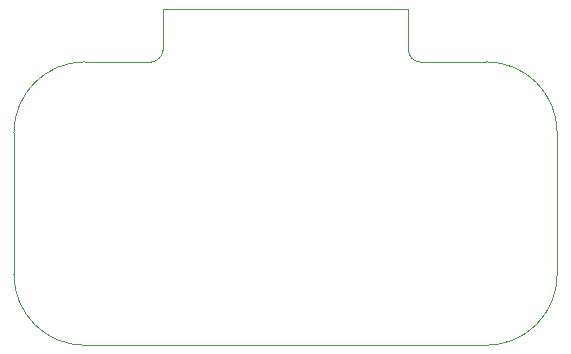
<source format=gm1>
G04 #@! TF.GenerationSoftware,KiCad,Pcbnew,(5.1.5-0-10_14)*
G04 #@! TF.CreationDate,2020-08-30T09:08:57+09:00*
G04 #@! TF.ProjectId,BreadboardController,42726561-6462-46f6-9172-64436f6e7472,2.0*
G04 #@! TF.SameCoordinates,Original*
G04 #@! TF.FileFunction,Profile,NP*
%FSLAX46Y46*%
G04 Gerber Fmt 4.6, Leading zero omitted, Abs format (unit mm)*
G04 Created by KiCad (PCBNEW (5.1.5-0-10_14)) date 2020-08-30 09:08:57*
%MOMM*%
%LPD*%
G04 APERTURE LIST*
%ADD10C,0.050000*%
G04 APERTURE END LIST*
D10*
X117000000Y-84000000D02*
X117000000Y-96000000D01*
X157000000Y-102000000D02*
X123000000Y-102000000D01*
X163000000Y-84000000D02*
X163000000Y-96000000D01*
X151400000Y-78000000D02*
X157000000Y-78000000D01*
X150400000Y-73500000D02*
X150400000Y-77000000D01*
X129600000Y-73500000D02*
X150400000Y-73500000D01*
X129600000Y-77000000D02*
X129600000Y-73500000D01*
X123000000Y-78000000D02*
X128600000Y-78000000D01*
X129600000Y-77000000D02*
G75*
G02X128600000Y-78000000I-1000000J0D01*
G01*
X151400000Y-78000000D02*
G75*
G02X150400000Y-77000000I0J1000000D01*
G01*
X157000000Y-78000000D02*
G75*
G02X163000000Y-84000000I0J-6000000D01*
G01*
X163000000Y-96000000D02*
G75*
G02X157000000Y-102000000I-6000000J0D01*
G01*
X117000000Y-84000000D02*
G75*
G02X123000000Y-78000000I6000000J0D01*
G01*
X123000000Y-102000000D02*
G75*
G02X117000000Y-96000000I0J6000000D01*
G01*
M02*

</source>
